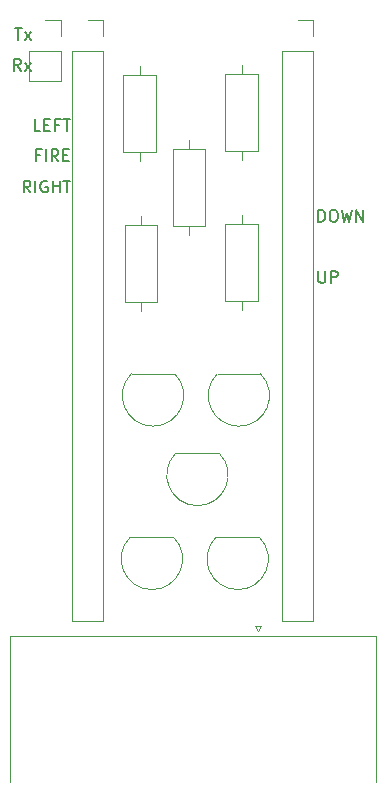
<source format=gbr>
%TF.GenerationSoftware,KiCad,Pcbnew,7.0.9-7.0.9~ubuntu22.04.1*%
%TF.CreationDate,2023-11-26T13:03:37+11:00*%
%TF.ProjectId,usbcontroller-c64,75736263-6f6e-4747-926f-6c6c65722d63,v02*%
%TF.SameCoordinates,Original*%
%TF.FileFunction,Legend,Top*%
%TF.FilePolarity,Positive*%
%FSLAX46Y46*%
G04 Gerber Fmt 4.6, Leading zero omitted, Abs format (unit mm)*
G04 Created by KiCad (PCBNEW 7.0.9-7.0.9~ubuntu22.04.1) date 2023-11-26 13:03:37*
%MOMM*%
%LPD*%
G01*
G04 APERTURE LIST*
%ADD10C,0.150000*%
%ADD11C,0.120000*%
G04 APERTURE END LIST*
D10*
X166147979Y-113652419D02*
X166147979Y-114461942D01*
X166147979Y-114461942D02*
X166195598Y-114557180D01*
X166195598Y-114557180D02*
X166243217Y-114604800D01*
X166243217Y-114604800D02*
X166338455Y-114652419D01*
X166338455Y-114652419D02*
X166528931Y-114652419D01*
X166528931Y-114652419D02*
X166624169Y-114604800D01*
X166624169Y-114604800D02*
X166671788Y-114557180D01*
X166671788Y-114557180D02*
X166719407Y-114461942D01*
X166719407Y-114461942D02*
X166719407Y-113652419D01*
X167195598Y-114652419D02*
X167195598Y-113652419D01*
X167195598Y-113652419D02*
X167576550Y-113652419D01*
X167576550Y-113652419D02*
X167671788Y-113700038D01*
X167671788Y-113700038D02*
X167719407Y-113747657D01*
X167719407Y-113747657D02*
X167767026Y-113842895D01*
X167767026Y-113842895D02*
X167767026Y-113985752D01*
X167767026Y-113985752D02*
X167719407Y-114080990D01*
X167719407Y-114080990D02*
X167671788Y-114128609D01*
X167671788Y-114128609D02*
X167576550Y-114176228D01*
X167576550Y-114176228D02*
X167195598Y-114176228D01*
X166147979Y-109470819D02*
X166147979Y-108470819D01*
X166147979Y-108470819D02*
X166386074Y-108470819D01*
X166386074Y-108470819D02*
X166528931Y-108518438D01*
X166528931Y-108518438D02*
X166624169Y-108613676D01*
X166624169Y-108613676D02*
X166671788Y-108708914D01*
X166671788Y-108708914D02*
X166719407Y-108899390D01*
X166719407Y-108899390D02*
X166719407Y-109042247D01*
X166719407Y-109042247D02*
X166671788Y-109232723D01*
X166671788Y-109232723D02*
X166624169Y-109327961D01*
X166624169Y-109327961D02*
X166528931Y-109423200D01*
X166528931Y-109423200D02*
X166386074Y-109470819D01*
X166386074Y-109470819D02*
X166147979Y-109470819D01*
X167338455Y-108470819D02*
X167528931Y-108470819D01*
X167528931Y-108470819D02*
X167624169Y-108518438D01*
X167624169Y-108518438D02*
X167719407Y-108613676D01*
X167719407Y-108613676D02*
X167767026Y-108804152D01*
X167767026Y-108804152D02*
X167767026Y-109137485D01*
X167767026Y-109137485D02*
X167719407Y-109327961D01*
X167719407Y-109327961D02*
X167624169Y-109423200D01*
X167624169Y-109423200D02*
X167528931Y-109470819D01*
X167528931Y-109470819D02*
X167338455Y-109470819D01*
X167338455Y-109470819D02*
X167243217Y-109423200D01*
X167243217Y-109423200D02*
X167147979Y-109327961D01*
X167147979Y-109327961D02*
X167100360Y-109137485D01*
X167100360Y-109137485D02*
X167100360Y-108804152D01*
X167100360Y-108804152D02*
X167147979Y-108613676D01*
X167147979Y-108613676D02*
X167243217Y-108518438D01*
X167243217Y-108518438D02*
X167338455Y-108470819D01*
X168100360Y-108470819D02*
X168338455Y-109470819D01*
X168338455Y-109470819D02*
X168528931Y-108756533D01*
X168528931Y-108756533D02*
X168719407Y-109470819D01*
X168719407Y-109470819D02*
X168957503Y-108470819D01*
X169338455Y-109470819D02*
X169338455Y-108470819D01*
X169338455Y-108470819D02*
X169909883Y-109470819D01*
X169909883Y-109470819D02*
X169909883Y-108470819D01*
X141751207Y-106981619D02*
X141417874Y-106505428D01*
X141179779Y-106981619D02*
X141179779Y-105981619D01*
X141179779Y-105981619D02*
X141560731Y-105981619D01*
X141560731Y-105981619D02*
X141655969Y-106029238D01*
X141655969Y-106029238D02*
X141703588Y-106076857D01*
X141703588Y-106076857D02*
X141751207Y-106172095D01*
X141751207Y-106172095D02*
X141751207Y-106314952D01*
X141751207Y-106314952D02*
X141703588Y-106410190D01*
X141703588Y-106410190D02*
X141655969Y-106457809D01*
X141655969Y-106457809D02*
X141560731Y-106505428D01*
X141560731Y-106505428D02*
X141179779Y-106505428D01*
X142179779Y-106981619D02*
X142179779Y-105981619D01*
X143179778Y-106029238D02*
X143084540Y-105981619D01*
X143084540Y-105981619D02*
X142941683Y-105981619D01*
X142941683Y-105981619D02*
X142798826Y-106029238D01*
X142798826Y-106029238D02*
X142703588Y-106124476D01*
X142703588Y-106124476D02*
X142655969Y-106219714D01*
X142655969Y-106219714D02*
X142608350Y-106410190D01*
X142608350Y-106410190D02*
X142608350Y-106553047D01*
X142608350Y-106553047D02*
X142655969Y-106743523D01*
X142655969Y-106743523D02*
X142703588Y-106838761D01*
X142703588Y-106838761D02*
X142798826Y-106934000D01*
X142798826Y-106934000D02*
X142941683Y-106981619D01*
X142941683Y-106981619D02*
X143036921Y-106981619D01*
X143036921Y-106981619D02*
X143179778Y-106934000D01*
X143179778Y-106934000D02*
X143227397Y-106886380D01*
X143227397Y-106886380D02*
X143227397Y-106553047D01*
X143227397Y-106553047D02*
X143036921Y-106553047D01*
X143655969Y-106981619D02*
X143655969Y-105981619D01*
X143655969Y-106457809D02*
X144227397Y-106457809D01*
X144227397Y-106981619D02*
X144227397Y-105981619D01*
X144560731Y-105981619D02*
X145132159Y-105981619D01*
X144846445Y-106981619D02*
X144846445Y-105981619D01*
X142560731Y-103816209D02*
X142227398Y-103816209D01*
X142227398Y-104340019D02*
X142227398Y-103340019D01*
X142227398Y-103340019D02*
X142703588Y-103340019D01*
X143084541Y-104340019D02*
X143084541Y-103340019D01*
X144132159Y-104340019D02*
X143798826Y-103863828D01*
X143560731Y-104340019D02*
X143560731Y-103340019D01*
X143560731Y-103340019D02*
X143941683Y-103340019D01*
X143941683Y-103340019D02*
X144036921Y-103387638D01*
X144036921Y-103387638D02*
X144084540Y-103435257D01*
X144084540Y-103435257D02*
X144132159Y-103530495D01*
X144132159Y-103530495D02*
X144132159Y-103673352D01*
X144132159Y-103673352D02*
X144084540Y-103768590D01*
X144084540Y-103768590D02*
X144036921Y-103816209D01*
X144036921Y-103816209D02*
X143941683Y-103863828D01*
X143941683Y-103863828D02*
X143560731Y-103863828D01*
X144560731Y-103816209D02*
X144894064Y-103816209D01*
X145036921Y-104340019D02*
X144560731Y-104340019D01*
X144560731Y-104340019D02*
X144560731Y-103340019D01*
X144560731Y-103340019D02*
X145036921Y-103340019D01*
X142608349Y-101800019D02*
X142132159Y-101800019D01*
X142132159Y-101800019D02*
X142132159Y-100800019D01*
X142941683Y-101276209D02*
X143275016Y-101276209D01*
X143417873Y-101800019D02*
X142941683Y-101800019D01*
X142941683Y-101800019D02*
X142941683Y-100800019D01*
X142941683Y-100800019D02*
X143417873Y-100800019D01*
X144179778Y-101276209D02*
X143846445Y-101276209D01*
X143846445Y-101800019D02*
X143846445Y-100800019D01*
X143846445Y-100800019D02*
X144322635Y-100800019D01*
X144560731Y-100800019D02*
X145132159Y-100800019D01*
X144846445Y-101800019D02*
X144846445Y-100800019D01*
X140928912Y-96669219D02*
X140595579Y-96193028D01*
X140357484Y-96669219D02*
X140357484Y-95669219D01*
X140357484Y-95669219D02*
X140738436Y-95669219D01*
X140738436Y-95669219D02*
X140833674Y-95716838D01*
X140833674Y-95716838D02*
X140881293Y-95764457D01*
X140881293Y-95764457D02*
X140928912Y-95859695D01*
X140928912Y-95859695D02*
X140928912Y-96002552D01*
X140928912Y-96002552D02*
X140881293Y-96097790D01*
X140881293Y-96097790D02*
X140833674Y-96145409D01*
X140833674Y-96145409D02*
X140738436Y-96193028D01*
X140738436Y-96193028D02*
X140357484Y-96193028D01*
X141262246Y-96669219D02*
X141786055Y-96002552D01*
X141262246Y-96002552D02*
X141786055Y-96669219D01*
X140452722Y-93103819D02*
X141024150Y-93103819D01*
X140738436Y-94103819D02*
X140738436Y-93103819D01*
X141262246Y-94103819D02*
X141786055Y-93437152D01*
X141262246Y-93437152D02*
X141786055Y-94103819D01*
D11*
%TO.C,J6*%
X160798800Y-143688531D02*
X161298800Y-143688531D01*
X140023800Y-144582869D02*
X170993800Y-144582869D01*
X170993800Y-144582869D02*
X170993800Y-156922869D01*
X140023800Y-156922869D02*
X140023800Y-144582869D01*
X161048800Y-144121544D02*
X160798800Y-143688531D01*
X161298800Y-143688531D02*
X161048800Y-144121544D01*
%TO.C,J1*%
X145280000Y-94996000D02*
X145280000Y-143316000D01*
X145280000Y-94996000D02*
X147940000Y-94996000D01*
X145280000Y-143316000D02*
X147940000Y-143316000D01*
X146610000Y-92396000D02*
X147940000Y-92396000D01*
X147940000Y-92396000D02*
X147940000Y-93726000D01*
X147940000Y-94996000D02*
X147940000Y-143316000D01*
%TO.C,Q5*%
X161210400Y-122335000D02*
X157610400Y-122335000D01*
X159410400Y-126785000D02*
G75*
G03*
X161248878Y-122346522I0J2600000D01*
G01*
X157571922Y-122346522D02*
G75*
G03*
X159410400Y-126785000I1838478J-1838478D01*
G01*
%TO.C,Q3*%
X153946000Y-122330600D02*
X150346000Y-122330600D01*
X152146000Y-126780600D02*
G75*
G03*
X153984478Y-122342122I0J2600000D01*
G01*
X150307522Y-122342122D02*
G75*
G03*
X152146000Y-126780600I1838478J-1838478D01*
G01*
%TO.C,R2*%
X155194000Y-102508600D02*
X155194000Y-103278600D01*
X156564000Y-103278600D02*
X153824000Y-103278600D01*
X153824000Y-103278600D02*
X153824000Y-109818600D01*
X156564000Y-109818600D02*
X156564000Y-103278600D01*
X153824000Y-109818600D02*
X156564000Y-109818600D01*
X155194000Y-110588600D02*
X155194000Y-109818600D01*
%TO.C,Q1*%
X153844400Y-136164800D02*
X150244400Y-136164800D01*
X152044400Y-140614800D02*
G75*
G03*
X153882878Y-136176322I0J2600000D01*
G01*
X150205922Y-136176322D02*
G75*
G03*
X152044400Y-140614800I1838478J-1838478D01*
G01*
%TO.C,R1*%
X151003000Y-96285600D02*
X151003000Y-97055600D01*
X152373000Y-97055600D02*
X149633000Y-97055600D01*
X149633000Y-97055600D02*
X149633000Y-103595600D01*
X152373000Y-103595600D02*
X152373000Y-97055600D01*
X149633000Y-103595600D02*
X152373000Y-103595600D01*
X151003000Y-104365600D02*
X151003000Y-103595600D01*
%TO.C,R3*%
X151130000Y-108985600D02*
X151130000Y-109755600D01*
X152500000Y-109755600D02*
X149760000Y-109755600D01*
X149760000Y-109755600D02*
X149760000Y-116295600D01*
X152500000Y-116295600D02*
X152500000Y-109755600D01*
X149760000Y-116295600D02*
X152500000Y-116295600D01*
X151130000Y-117065600D02*
X151130000Y-116295600D01*
%TO.C,Q2*%
X157705200Y-129057200D02*
X154105200Y-129057200D01*
X155905200Y-133507200D02*
G75*
G03*
X157743678Y-129068722I0J2600000D01*
G01*
X154066722Y-129068722D02*
G75*
G03*
X155905200Y-133507200I1838478J-1838478D01*
G01*
%TO.C,R4*%
X159639000Y-96158600D02*
X159639000Y-96928600D01*
X161009000Y-96928600D02*
X158269000Y-96928600D01*
X158269000Y-96928600D02*
X158269000Y-103468600D01*
X161009000Y-103468600D02*
X161009000Y-96928600D01*
X158269000Y-103468600D02*
X161009000Y-103468600D01*
X159639000Y-104238600D02*
X159639000Y-103468600D01*
%TO.C,R5*%
X159639000Y-108858600D02*
X159639000Y-109628600D01*
X161009000Y-109628600D02*
X158269000Y-109628600D01*
X158269000Y-109628600D02*
X158269000Y-116168600D01*
X161009000Y-116168600D02*
X161009000Y-109628600D01*
X158269000Y-116168600D02*
X161009000Y-116168600D01*
X159639000Y-116938600D02*
X159639000Y-116168600D01*
%TO.C,Q4*%
X161108800Y-136169200D02*
X157508800Y-136169200D01*
X159308800Y-140619200D02*
G75*
G03*
X161147278Y-136180722I0J2600000D01*
G01*
X157470322Y-136180722D02*
G75*
G03*
X159308800Y-140619200I1838478J-1838478D01*
G01*
%TO.C,J5*%
X141672000Y-94996000D02*
X141672000Y-97596000D01*
X141672000Y-94996000D02*
X144332000Y-94996000D01*
X141672000Y-97596000D02*
X144332000Y-97596000D01*
X143002000Y-92396000D02*
X144332000Y-92396000D01*
X144332000Y-92396000D02*
X144332000Y-93726000D01*
X144332000Y-94996000D02*
X144332000Y-97596000D01*
%TO.C,J2*%
X163060000Y-94996000D02*
X163060000Y-143316000D01*
X163060000Y-94996000D02*
X165720000Y-94996000D01*
X163060000Y-143316000D02*
X165720000Y-143316000D01*
X164390000Y-92396000D02*
X165720000Y-92396000D01*
X165720000Y-92396000D02*
X165720000Y-93726000D01*
X165720000Y-94996000D02*
X165720000Y-143316000D01*
%TD*%
M02*

</source>
